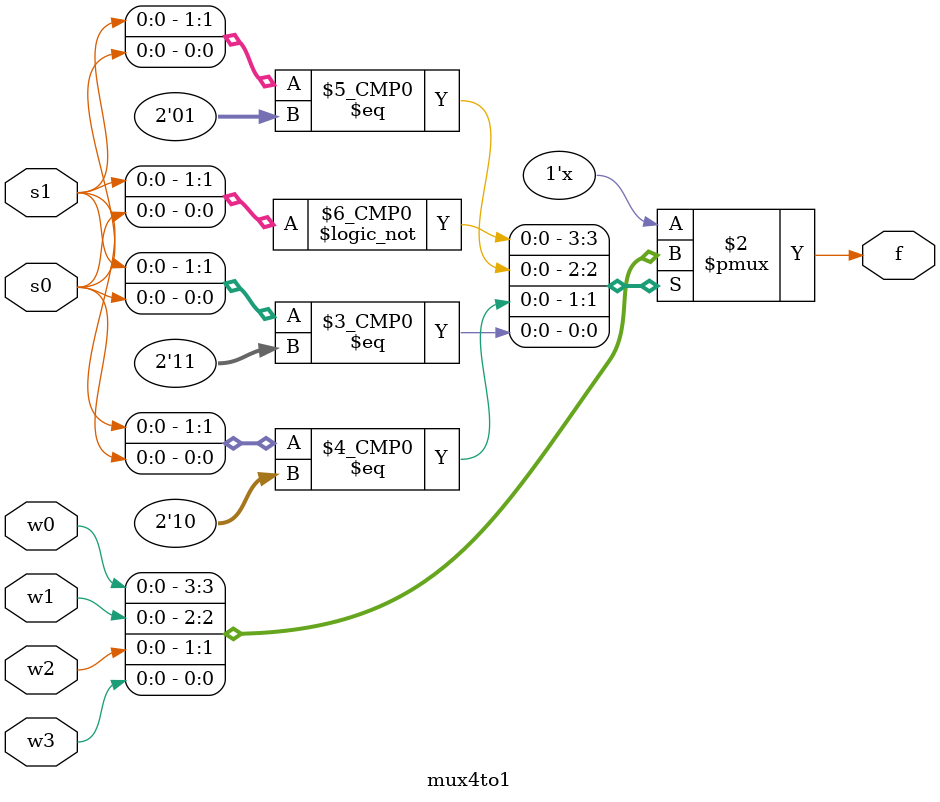
<source format=v>
module mux4to1(input w3, input w2, input w1, input w0, input s1, input s0, output reg f);
always @ (w0 | w1 | w2 | w3 | s1 | s0)
begin
case({s1, s0})
2'b00:
	f = w0;
2'b01:
	f = w1;
2'b10: 
	f = w2;
2'b11:
	f = w3;
endcase
end
endmodule
</source>
